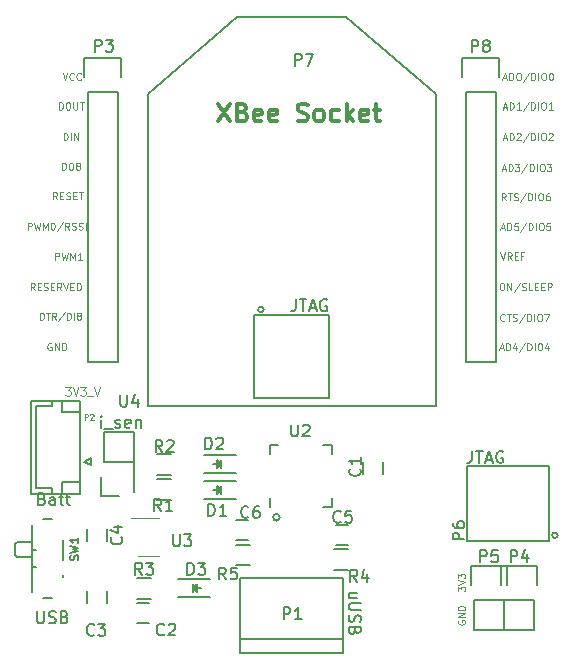
<source format=gbr>
G04 #@! TF.FileFunction,Legend,Top*
%FSLAX46Y46*%
G04 Gerber Fmt 4.6, Leading zero omitted, Abs format (unit mm)*
G04 Created by KiCad (PCBNEW 4.0.4-stable) date 01/27/17 12:31:46*
%MOMM*%
%LPD*%
G01*
G04 APERTURE LIST*
%ADD10C,0.100000*%
%ADD11C,0.300000*%
%ADD12C,0.200000*%
%ADD13C,0.150000*%
%ADD14C,0.120000*%
%ADD15C,0.090000*%
G04 APERTURE END LIST*
D10*
X129836667Y-101286667D02*
X130270000Y-101286667D01*
X130036667Y-101553333D01*
X130136667Y-101553333D01*
X130203334Y-101586667D01*
X130236667Y-101620000D01*
X130270000Y-101686667D01*
X130270000Y-101853333D01*
X130236667Y-101920000D01*
X130203334Y-101953333D01*
X130136667Y-101986667D01*
X129936667Y-101986667D01*
X129870000Y-101953333D01*
X129836667Y-101920000D01*
X130470001Y-101286667D02*
X130703334Y-101986667D01*
X130936667Y-101286667D01*
X131103334Y-101286667D02*
X131536667Y-101286667D01*
X131303334Y-101553333D01*
X131403334Y-101553333D01*
X131470001Y-101586667D01*
X131503334Y-101620000D01*
X131536667Y-101686667D01*
X131536667Y-101853333D01*
X131503334Y-101920000D01*
X131470001Y-101953333D01*
X131403334Y-101986667D01*
X131203334Y-101986667D01*
X131136667Y-101953333D01*
X131103334Y-101920000D01*
X131670001Y-102053333D02*
X132203334Y-102053333D01*
X132270001Y-101286667D02*
X132503334Y-101986667D01*
X132736667Y-101286667D01*
D11*
X142778573Y-77278571D02*
X143778573Y-78778571D01*
X143778573Y-77278571D02*
X142778573Y-78778571D01*
X144850001Y-77992857D02*
X145064287Y-78064286D01*
X145135715Y-78135714D01*
X145207144Y-78278571D01*
X145207144Y-78492857D01*
X145135715Y-78635714D01*
X145064287Y-78707143D01*
X144921429Y-78778571D01*
X144350001Y-78778571D01*
X144350001Y-77278571D01*
X144850001Y-77278571D01*
X144992858Y-77350000D01*
X145064287Y-77421429D01*
X145135715Y-77564286D01*
X145135715Y-77707143D01*
X145064287Y-77850000D01*
X144992858Y-77921429D01*
X144850001Y-77992857D01*
X144350001Y-77992857D01*
X146421429Y-78707143D02*
X146278572Y-78778571D01*
X145992858Y-78778571D01*
X145850001Y-78707143D01*
X145778572Y-78564286D01*
X145778572Y-77992857D01*
X145850001Y-77850000D01*
X145992858Y-77778571D01*
X146278572Y-77778571D01*
X146421429Y-77850000D01*
X146492858Y-77992857D01*
X146492858Y-78135714D01*
X145778572Y-78278571D01*
X147707143Y-78707143D02*
X147564286Y-78778571D01*
X147278572Y-78778571D01*
X147135715Y-78707143D01*
X147064286Y-78564286D01*
X147064286Y-77992857D01*
X147135715Y-77850000D01*
X147278572Y-77778571D01*
X147564286Y-77778571D01*
X147707143Y-77850000D01*
X147778572Y-77992857D01*
X147778572Y-78135714D01*
X147064286Y-78278571D01*
X149492857Y-78707143D02*
X149707143Y-78778571D01*
X150064286Y-78778571D01*
X150207143Y-78707143D01*
X150278572Y-78635714D01*
X150350000Y-78492857D01*
X150350000Y-78350000D01*
X150278572Y-78207143D01*
X150207143Y-78135714D01*
X150064286Y-78064286D01*
X149778572Y-77992857D01*
X149635714Y-77921429D01*
X149564286Y-77850000D01*
X149492857Y-77707143D01*
X149492857Y-77564286D01*
X149564286Y-77421429D01*
X149635714Y-77350000D01*
X149778572Y-77278571D01*
X150135714Y-77278571D01*
X150350000Y-77350000D01*
X151207143Y-78778571D02*
X151064285Y-78707143D01*
X150992857Y-78635714D01*
X150921428Y-78492857D01*
X150921428Y-78064286D01*
X150992857Y-77921429D01*
X151064285Y-77850000D01*
X151207143Y-77778571D01*
X151421428Y-77778571D01*
X151564285Y-77850000D01*
X151635714Y-77921429D01*
X151707143Y-78064286D01*
X151707143Y-78492857D01*
X151635714Y-78635714D01*
X151564285Y-78707143D01*
X151421428Y-78778571D01*
X151207143Y-78778571D01*
X152992857Y-78707143D02*
X152850000Y-78778571D01*
X152564286Y-78778571D01*
X152421428Y-78707143D01*
X152350000Y-78635714D01*
X152278571Y-78492857D01*
X152278571Y-78064286D01*
X152350000Y-77921429D01*
X152421428Y-77850000D01*
X152564286Y-77778571D01*
X152850000Y-77778571D01*
X152992857Y-77850000D01*
X153635714Y-78778571D02*
X153635714Y-77278571D01*
X153778571Y-78207143D02*
X154207142Y-78778571D01*
X154207142Y-77778571D02*
X153635714Y-78350000D01*
X155421428Y-78707143D02*
X155278571Y-78778571D01*
X154992857Y-78778571D01*
X154850000Y-78707143D01*
X154778571Y-78564286D01*
X154778571Y-77992857D01*
X154850000Y-77850000D01*
X154992857Y-77778571D01*
X155278571Y-77778571D01*
X155421428Y-77850000D01*
X155492857Y-77992857D01*
X155492857Y-78135714D01*
X154778571Y-78278571D01*
X155921428Y-77778571D02*
X156492857Y-77778571D01*
X156135714Y-77278571D02*
X156135714Y-78564286D01*
X156207142Y-78707143D01*
X156350000Y-78778571D01*
X156492857Y-78778571D01*
D12*
X149333334Y-93852381D02*
X149333334Y-94566667D01*
X149285714Y-94709524D01*
X149190476Y-94804762D01*
X149047619Y-94852381D01*
X148952381Y-94852381D01*
X149666667Y-93852381D02*
X150238096Y-93852381D01*
X149952381Y-94852381D02*
X149952381Y-93852381D01*
X150523810Y-94566667D02*
X151000001Y-94566667D01*
X150428572Y-94852381D02*
X150761905Y-93852381D01*
X151095239Y-94852381D01*
X151952382Y-93900000D02*
X151857144Y-93852381D01*
X151714287Y-93852381D01*
X151571429Y-93900000D01*
X151476191Y-93995238D01*
X151428572Y-94090476D01*
X151380953Y-94280952D01*
X151380953Y-94423810D01*
X151428572Y-94614286D01*
X151476191Y-94709524D01*
X151571429Y-94804762D01*
X151714287Y-94852381D01*
X151809525Y-94852381D01*
X151952382Y-94804762D01*
X152000001Y-94757143D01*
X152000001Y-94423810D01*
X151809525Y-94423810D01*
X147982843Y-112300000D02*
G75*
G03X147982843Y-112300000I-282843J0D01*
G01*
D10*
X163100000Y-121057142D02*
X163071429Y-121114285D01*
X163071429Y-121199999D01*
X163100000Y-121285714D01*
X163157143Y-121342856D01*
X163214286Y-121371428D01*
X163328571Y-121399999D01*
X163414286Y-121399999D01*
X163528571Y-121371428D01*
X163585714Y-121342856D01*
X163642857Y-121285714D01*
X163671429Y-121199999D01*
X163671429Y-121142856D01*
X163642857Y-121057142D01*
X163614286Y-121028571D01*
X163414286Y-121028571D01*
X163414286Y-121142856D01*
X163671429Y-120771428D02*
X163071429Y-120771428D01*
X163671429Y-120428571D01*
X163071429Y-120428571D01*
X163671429Y-120142857D02*
X163071429Y-120142857D01*
X163071429Y-120000000D01*
X163100000Y-119914285D01*
X163157143Y-119857143D01*
X163214286Y-119828571D01*
X163328571Y-119800000D01*
X163414286Y-119800000D01*
X163528571Y-119828571D01*
X163585714Y-119857143D01*
X163642857Y-119914285D01*
X163671429Y-120000000D01*
X163671429Y-120142857D01*
D12*
X132873333Y-104702381D02*
X132873333Y-104035714D01*
X132873333Y-103702381D02*
X132825714Y-103750000D01*
X132873333Y-103797619D01*
X132920952Y-103750000D01*
X132873333Y-103702381D01*
X132873333Y-103797619D01*
X133111428Y-104797619D02*
X133873333Y-104797619D01*
X134063809Y-104654762D02*
X134159047Y-104702381D01*
X134349523Y-104702381D01*
X134444762Y-104654762D01*
X134492381Y-104559524D01*
X134492381Y-104511905D01*
X134444762Y-104416667D01*
X134349523Y-104369048D01*
X134206666Y-104369048D01*
X134111428Y-104321429D01*
X134063809Y-104226190D01*
X134063809Y-104178571D01*
X134111428Y-104083333D01*
X134206666Y-104035714D01*
X134349523Y-104035714D01*
X134444762Y-104083333D01*
X135301905Y-104654762D02*
X135206667Y-104702381D01*
X135016190Y-104702381D01*
X134920952Y-104654762D01*
X134873333Y-104559524D01*
X134873333Y-104178571D01*
X134920952Y-104083333D01*
X135016190Y-104035714D01*
X135206667Y-104035714D01*
X135301905Y-104083333D01*
X135349524Y-104178571D01*
X135349524Y-104273810D01*
X134873333Y-104369048D01*
X135778095Y-104035714D02*
X135778095Y-104702381D01*
X135778095Y-104130952D02*
X135825714Y-104083333D01*
X135920952Y-104035714D01*
X136063810Y-104035714D01*
X136159048Y-104083333D01*
X136206667Y-104178571D01*
X136206667Y-104702381D01*
X127438095Y-120252381D02*
X127438095Y-121061905D01*
X127485714Y-121157143D01*
X127533333Y-121204762D01*
X127628571Y-121252381D01*
X127819048Y-121252381D01*
X127914286Y-121204762D01*
X127961905Y-121157143D01*
X128009524Y-121061905D01*
X128009524Y-120252381D01*
X128438095Y-121204762D02*
X128580952Y-121252381D01*
X128819048Y-121252381D01*
X128914286Y-121204762D01*
X128961905Y-121157143D01*
X129009524Y-121061905D01*
X129009524Y-120966667D01*
X128961905Y-120871429D01*
X128914286Y-120823810D01*
X128819048Y-120776190D01*
X128628571Y-120728571D01*
X128533333Y-120680952D01*
X128485714Y-120633333D01*
X128438095Y-120538095D01*
X128438095Y-120442857D01*
X128485714Y-120347619D01*
X128533333Y-120300000D01*
X128628571Y-120252381D01*
X128866667Y-120252381D01*
X129009524Y-120300000D01*
X129771429Y-120728571D02*
X129914286Y-120776190D01*
X129961905Y-120823810D01*
X130009524Y-120919048D01*
X130009524Y-121061905D01*
X129961905Y-121157143D01*
X129914286Y-121204762D01*
X129819048Y-121252381D01*
X129438095Y-121252381D01*
X129438095Y-120252381D01*
X129771429Y-120252381D01*
X129866667Y-120300000D01*
X129914286Y-120347619D01*
X129961905Y-120442857D01*
X129961905Y-120538095D01*
X129914286Y-120633333D01*
X129866667Y-120680952D01*
X129771429Y-120728571D01*
X129438095Y-120728571D01*
X127847619Y-110728571D02*
X127990476Y-110776190D01*
X128038095Y-110823810D01*
X128085714Y-110919048D01*
X128085714Y-111061905D01*
X128038095Y-111157143D01*
X127990476Y-111204762D01*
X127895238Y-111252381D01*
X127514285Y-111252381D01*
X127514285Y-110252381D01*
X127847619Y-110252381D01*
X127942857Y-110300000D01*
X127990476Y-110347619D01*
X128038095Y-110442857D01*
X128038095Y-110538095D01*
X127990476Y-110633333D01*
X127942857Y-110680952D01*
X127847619Y-110728571D01*
X127514285Y-110728571D01*
X128942857Y-111252381D02*
X128942857Y-110728571D01*
X128895238Y-110633333D01*
X128800000Y-110585714D01*
X128609523Y-110585714D01*
X128514285Y-110633333D01*
X128942857Y-111204762D02*
X128847619Y-111252381D01*
X128609523Y-111252381D01*
X128514285Y-111204762D01*
X128466666Y-111109524D01*
X128466666Y-111014286D01*
X128514285Y-110919048D01*
X128609523Y-110871429D01*
X128847619Y-110871429D01*
X128942857Y-110823810D01*
X129276190Y-110585714D02*
X129657142Y-110585714D01*
X129419047Y-110252381D02*
X129419047Y-111109524D01*
X129466666Y-111204762D01*
X129561904Y-111252381D01*
X129657142Y-111252381D01*
X129847619Y-110585714D02*
X130228571Y-110585714D01*
X129990476Y-110252381D02*
X129990476Y-111109524D01*
X130038095Y-111204762D01*
X130133333Y-111252381D01*
X130228571Y-111252381D01*
D10*
X166614286Y-98000000D02*
X166900000Y-98000000D01*
X166557143Y-98171429D02*
X166757143Y-97571429D01*
X166957143Y-98171429D01*
X167157143Y-98171429D02*
X167157143Y-97571429D01*
X167300000Y-97571429D01*
X167385715Y-97600000D01*
X167442857Y-97657143D01*
X167471429Y-97714286D01*
X167500000Y-97828571D01*
X167500000Y-97914286D01*
X167471429Y-98028571D01*
X167442857Y-98085714D01*
X167385715Y-98142857D01*
X167300000Y-98171429D01*
X167157143Y-98171429D01*
X168014286Y-97771429D02*
X168014286Y-98171429D01*
X167871429Y-97542857D02*
X167728572Y-97971429D01*
X168100000Y-97971429D01*
X168757144Y-97542857D02*
X168242858Y-98314286D01*
X168957143Y-98171429D02*
X168957143Y-97571429D01*
X169100000Y-97571429D01*
X169185715Y-97600000D01*
X169242857Y-97657143D01*
X169271429Y-97714286D01*
X169300000Y-97828571D01*
X169300000Y-97914286D01*
X169271429Y-98028571D01*
X169242857Y-98085714D01*
X169185715Y-98142857D01*
X169100000Y-98171429D01*
X168957143Y-98171429D01*
X169557143Y-98171429D02*
X169557143Y-97571429D01*
X169957143Y-97571429D02*
X170071429Y-97571429D01*
X170128571Y-97600000D01*
X170185714Y-97657143D01*
X170214286Y-97771429D01*
X170214286Y-97971429D01*
X170185714Y-98085714D01*
X170128571Y-98142857D01*
X170071429Y-98171429D01*
X169957143Y-98171429D01*
X169900000Y-98142857D01*
X169842857Y-98085714D01*
X169814286Y-97971429D01*
X169814286Y-97771429D01*
X169842857Y-97657143D01*
X169900000Y-97600000D01*
X169957143Y-97571429D01*
X170728571Y-97771429D02*
X170728571Y-98171429D01*
X170585714Y-97542857D02*
X170442857Y-97971429D01*
X170814285Y-97971429D01*
X167014286Y-95614286D02*
X166985715Y-95642857D01*
X166900001Y-95671429D01*
X166842858Y-95671429D01*
X166757143Y-95642857D01*
X166700001Y-95585714D01*
X166671429Y-95528571D01*
X166642858Y-95414286D01*
X166642858Y-95328571D01*
X166671429Y-95214286D01*
X166700001Y-95157143D01*
X166757143Y-95100000D01*
X166842858Y-95071429D01*
X166900001Y-95071429D01*
X166985715Y-95100000D01*
X167014286Y-95128571D01*
X167185715Y-95071429D02*
X167528572Y-95071429D01*
X167357143Y-95671429D02*
X167357143Y-95071429D01*
X167700001Y-95642857D02*
X167785715Y-95671429D01*
X167928572Y-95671429D01*
X167985715Y-95642857D01*
X168014286Y-95614286D01*
X168042858Y-95557143D01*
X168042858Y-95500000D01*
X168014286Y-95442857D01*
X167985715Y-95414286D01*
X167928572Y-95385714D01*
X167814286Y-95357143D01*
X167757144Y-95328571D01*
X167728572Y-95300000D01*
X167700001Y-95242857D01*
X167700001Y-95185714D01*
X167728572Y-95128571D01*
X167757144Y-95100000D01*
X167814286Y-95071429D01*
X167957144Y-95071429D01*
X168042858Y-95100000D01*
X168728573Y-95042857D02*
X168214287Y-95814286D01*
X168928572Y-95671429D02*
X168928572Y-95071429D01*
X169071429Y-95071429D01*
X169157144Y-95100000D01*
X169214286Y-95157143D01*
X169242858Y-95214286D01*
X169271429Y-95328571D01*
X169271429Y-95414286D01*
X169242858Y-95528571D01*
X169214286Y-95585714D01*
X169157144Y-95642857D01*
X169071429Y-95671429D01*
X168928572Y-95671429D01*
X169528572Y-95671429D02*
X169528572Y-95071429D01*
X169928572Y-95071429D02*
X170042858Y-95071429D01*
X170100000Y-95100000D01*
X170157143Y-95157143D01*
X170185715Y-95271429D01*
X170185715Y-95471429D01*
X170157143Y-95585714D01*
X170100000Y-95642857D01*
X170042858Y-95671429D01*
X169928572Y-95671429D01*
X169871429Y-95642857D01*
X169814286Y-95585714D01*
X169785715Y-95471429D01*
X169785715Y-95271429D01*
X169814286Y-95157143D01*
X169871429Y-95100000D01*
X169928572Y-95071429D01*
X170385714Y-95071429D02*
X170785714Y-95071429D01*
X170528571Y-95671429D01*
X166742858Y-92471429D02*
X166857144Y-92471429D01*
X166914286Y-92500000D01*
X166971429Y-92557143D01*
X167000001Y-92671429D01*
X167000001Y-92871429D01*
X166971429Y-92985714D01*
X166914286Y-93042857D01*
X166857144Y-93071429D01*
X166742858Y-93071429D01*
X166685715Y-93042857D01*
X166628572Y-92985714D01*
X166600001Y-92871429D01*
X166600001Y-92671429D01*
X166628572Y-92557143D01*
X166685715Y-92500000D01*
X166742858Y-92471429D01*
X167257143Y-93071429D02*
X167257143Y-92471429D01*
X167600000Y-93071429D01*
X167600000Y-92471429D01*
X168314286Y-92442857D02*
X167800000Y-93214286D01*
X168485714Y-93042857D02*
X168571428Y-93071429D01*
X168714285Y-93071429D01*
X168771428Y-93042857D01*
X168799999Y-93014286D01*
X168828571Y-92957143D01*
X168828571Y-92900000D01*
X168799999Y-92842857D01*
X168771428Y-92814286D01*
X168714285Y-92785714D01*
X168599999Y-92757143D01*
X168542857Y-92728571D01*
X168514285Y-92700000D01*
X168485714Y-92642857D01*
X168485714Y-92585714D01*
X168514285Y-92528571D01*
X168542857Y-92500000D01*
X168599999Y-92471429D01*
X168742857Y-92471429D01*
X168828571Y-92500000D01*
X169371428Y-93071429D02*
X169085714Y-93071429D01*
X169085714Y-92471429D01*
X169571428Y-92757143D02*
X169771428Y-92757143D01*
X169857142Y-93071429D02*
X169571428Y-93071429D01*
X169571428Y-92471429D01*
X169857142Y-92471429D01*
X170114285Y-92757143D02*
X170314285Y-92757143D01*
X170399999Y-93071429D02*
X170114285Y-93071429D01*
X170114285Y-92471429D01*
X170399999Y-92471429D01*
X170657142Y-93071429D02*
X170657142Y-92471429D01*
X170885714Y-92471429D01*
X170942856Y-92500000D01*
X170971428Y-92528571D01*
X170999999Y-92585714D01*
X170999999Y-92671429D01*
X170971428Y-92728571D01*
X170942856Y-92757143D01*
X170885714Y-92785714D01*
X170657142Y-92785714D01*
X166671429Y-89871429D02*
X166871429Y-90471429D01*
X167071429Y-89871429D01*
X167614286Y-90471429D02*
X167414286Y-90185714D01*
X167271429Y-90471429D02*
X167271429Y-89871429D01*
X167500001Y-89871429D01*
X167557143Y-89900000D01*
X167585715Y-89928571D01*
X167614286Y-89985714D01*
X167614286Y-90071429D01*
X167585715Y-90128571D01*
X167557143Y-90157143D01*
X167500001Y-90185714D01*
X167271429Y-90185714D01*
X167871429Y-90157143D02*
X168071429Y-90157143D01*
X168157143Y-90471429D02*
X167871429Y-90471429D01*
X167871429Y-89871429D01*
X168157143Y-89871429D01*
X168614286Y-90157143D02*
X168414286Y-90157143D01*
X168414286Y-90471429D02*
X168414286Y-89871429D01*
X168700000Y-89871429D01*
X166714286Y-87800000D02*
X167000000Y-87800000D01*
X166657143Y-87971429D02*
X166857143Y-87371429D01*
X167057143Y-87971429D01*
X167257143Y-87971429D02*
X167257143Y-87371429D01*
X167400000Y-87371429D01*
X167485715Y-87400000D01*
X167542857Y-87457143D01*
X167571429Y-87514286D01*
X167600000Y-87628571D01*
X167600000Y-87714286D01*
X167571429Y-87828571D01*
X167542857Y-87885714D01*
X167485715Y-87942857D01*
X167400000Y-87971429D01*
X167257143Y-87971429D01*
X168142857Y-87371429D02*
X167857143Y-87371429D01*
X167828572Y-87657143D01*
X167857143Y-87628571D01*
X167914286Y-87600000D01*
X168057143Y-87600000D01*
X168114286Y-87628571D01*
X168142857Y-87657143D01*
X168171429Y-87714286D01*
X168171429Y-87857143D01*
X168142857Y-87914286D01*
X168114286Y-87942857D01*
X168057143Y-87971429D01*
X167914286Y-87971429D01*
X167857143Y-87942857D01*
X167828572Y-87914286D01*
X168857144Y-87342857D02*
X168342858Y-88114286D01*
X169057143Y-87971429D02*
X169057143Y-87371429D01*
X169200000Y-87371429D01*
X169285715Y-87400000D01*
X169342857Y-87457143D01*
X169371429Y-87514286D01*
X169400000Y-87628571D01*
X169400000Y-87714286D01*
X169371429Y-87828571D01*
X169342857Y-87885714D01*
X169285715Y-87942857D01*
X169200000Y-87971429D01*
X169057143Y-87971429D01*
X169657143Y-87971429D02*
X169657143Y-87371429D01*
X170057143Y-87371429D02*
X170171429Y-87371429D01*
X170228571Y-87400000D01*
X170285714Y-87457143D01*
X170314286Y-87571429D01*
X170314286Y-87771429D01*
X170285714Y-87885714D01*
X170228571Y-87942857D01*
X170171429Y-87971429D01*
X170057143Y-87971429D01*
X170000000Y-87942857D01*
X169942857Y-87885714D01*
X169914286Y-87771429D01*
X169914286Y-87571429D01*
X169942857Y-87457143D01*
X170000000Y-87400000D01*
X170057143Y-87371429D01*
X170857142Y-87371429D02*
X170571428Y-87371429D01*
X170542857Y-87657143D01*
X170571428Y-87628571D01*
X170628571Y-87600000D01*
X170771428Y-87600000D01*
X170828571Y-87628571D01*
X170857142Y-87657143D01*
X170885714Y-87714286D01*
X170885714Y-87857143D01*
X170857142Y-87914286D01*
X170828571Y-87942857D01*
X170771428Y-87971429D01*
X170628571Y-87971429D01*
X170571428Y-87942857D01*
X170542857Y-87914286D01*
X167114286Y-85471429D02*
X166914286Y-85185714D01*
X166771429Y-85471429D02*
X166771429Y-84871429D01*
X167000001Y-84871429D01*
X167057143Y-84900000D01*
X167085715Y-84928571D01*
X167114286Y-84985714D01*
X167114286Y-85071429D01*
X167085715Y-85128571D01*
X167057143Y-85157143D01*
X167000001Y-85185714D01*
X166771429Y-85185714D01*
X167285715Y-84871429D02*
X167628572Y-84871429D01*
X167457143Y-85471429D02*
X167457143Y-84871429D01*
X167800001Y-85442857D02*
X167885715Y-85471429D01*
X168028572Y-85471429D01*
X168085715Y-85442857D01*
X168114286Y-85414286D01*
X168142858Y-85357143D01*
X168142858Y-85300000D01*
X168114286Y-85242857D01*
X168085715Y-85214286D01*
X168028572Y-85185714D01*
X167914286Y-85157143D01*
X167857144Y-85128571D01*
X167828572Y-85100000D01*
X167800001Y-85042857D01*
X167800001Y-84985714D01*
X167828572Y-84928571D01*
X167857144Y-84900000D01*
X167914286Y-84871429D01*
X168057144Y-84871429D01*
X168142858Y-84900000D01*
X168828573Y-84842857D02*
X168314287Y-85614286D01*
X169028572Y-85471429D02*
X169028572Y-84871429D01*
X169171429Y-84871429D01*
X169257144Y-84900000D01*
X169314286Y-84957143D01*
X169342858Y-85014286D01*
X169371429Y-85128571D01*
X169371429Y-85214286D01*
X169342858Y-85328571D01*
X169314286Y-85385714D01*
X169257144Y-85442857D01*
X169171429Y-85471429D01*
X169028572Y-85471429D01*
X169628572Y-85471429D02*
X169628572Y-84871429D01*
X170028572Y-84871429D02*
X170142858Y-84871429D01*
X170200000Y-84900000D01*
X170257143Y-84957143D01*
X170285715Y-85071429D01*
X170285715Y-85271429D01*
X170257143Y-85385714D01*
X170200000Y-85442857D01*
X170142858Y-85471429D01*
X170028572Y-85471429D01*
X169971429Y-85442857D01*
X169914286Y-85385714D01*
X169885715Y-85271429D01*
X169885715Y-85071429D01*
X169914286Y-84957143D01*
X169971429Y-84900000D01*
X170028572Y-84871429D01*
X170800000Y-84871429D02*
X170685714Y-84871429D01*
X170628571Y-84900000D01*
X170600000Y-84928571D01*
X170542857Y-85014286D01*
X170514286Y-85128571D01*
X170514286Y-85357143D01*
X170542857Y-85414286D01*
X170571429Y-85442857D01*
X170628571Y-85471429D01*
X170742857Y-85471429D01*
X170800000Y-85442857D01*
X170828571Y-85414286D01*
X170857143Y-85357143D01*
X170857143Y-85214286D01*
X170828571Y-85157143D01*
X170800000Y-85128571D01*
X170742857Y-85100000D01*
X170628571Y-85100000D01*
X170571429Y-85128571D01*
X170542857Y-85157143D01*
X170514286Y-85214286D01*
X166814286Y-82800000D02*
X167100000Y-82800000D01*
X166757143Y-82971429D02*
X166957143Y-82371429D01*
X167157143Y-82971429D01*
X167357143Y-82971429D02*
X167357143Y-82371429D01*
X167500000Y-82371429D01*
X167585715Y-82400000D01*
X167642857Y-82457143D01*
X167671429Y-82514286D01*
X167700000Y-82628571D01*
X167700000Y-82714286D01*
X167671429Y-82828571D01*
X167642857Y-82885714D01*
X167585715Y-82942857D01*
X167500000Y-82971429D01*
X167357143Y-82971429D01*
X167900000Y-82371429D02*
X168271429Y-82371429D01*
X168071429Y-82600000D01*
X168157143Y-82600000D01*
X168214286Y-82628571D01*
X168242857Y-82657143D01*
X168271429Y-82714286D01*
X168271429Y-82857143D01*
X168242857Y-82914286D01*
X168214286Y-82942857D01*
X168157143Y-82971429D01*
X167985715Y-82971429D01*
X167928572Y-82942857D01*
X167900000Y-82914286D01*
X168957144Y-82342857D02*
X168442858Y-83114286D01*
X169157143Y-82971429D02*
X169157143Y-82371429D01*
X169300000Y-82371429D01*
X169385715Y-82400000D01*
X169442857Y-82457143D01*
X169471429Y-82514286D01*
X169500000Y-82628571D01*
X169500000Y-82714286D01*
X169471429Y-82828571D01*
X169442857Y-82885714D01*
X169385715Y-82942857D01*
X169300000Y-82971429D01*
X169157143Y-82971429D01*
X169757143Y-82971429D02*
X169757143Y-82371429D01*
X170157143Y-82371429D02*
X170271429Y-82371429D01*
X170328571Y-82400000D01*
X170385714Y-82457143D01*
X170414286Y-82571429D01*
X170414286Y-82771429D01*
X170385714Y-82885714D01*
X170328571Y-82942857D01*
X170271429Y-82971429D01*
X170157143Y-82971429D01*
X170100000Y-82942857D01*
X170042857Y-82885714D01*
X170014286Y-82771429D01*
X170014286Y-82571429D01*
X170042857Y-82457143D01*
X170100000Y-82400000D01*
X170157143Y-82371429D01*
X170614285Y-82371429D02*
X170985714Y-82371429D01*
X170785714Y-82600000D01*
X170871428Y-82600000D01*
X170928571Y-82628571D01*
X170957142Y-82657143D01*
X170985714Y-82714286D01*
X170985714Y-82857143D01*
X170957142Y-82914286D01*
X170928571Y-82942857D01*
X170871428Y-82971429D01*
X170700000Y-82971429D01*
X170642857Y-82942857D01*
X170614285Y-82914286D01*
X166914286Y-80200000D02*
X167200000Y-80200000D01*
X166857143Y-80371429D02*
X167057143Y-79771429D01*
X167257143Y-80371429D01*
X167457143Y-80371429D02*
X167457143Y-79771429D01*
X167600000Y-79771429D01*
X167685715Y-79800000D01*
X167742857Y-79857143D01*
X167771429Y-79914286D01*
X167800000Y-80028571D01*
X167800000Y-80114286D01*
X167771429Y-80228571D01*
X167742857Y-80285714D01*
X167685715Y-80342857D01*
X167600000Y-80371429D01*
X167457143Y-80371429D01*
X168028572Y-79828571D02*
X168057143Y-79800000D01*
X168114286Y-79771429D01*
X168257143Y-79771429D01*
X168314286Y-79800000D01*
X168342857Y-79828571D01*
X168371429Y-79885714D01*
X168371429Y-79942857D01*
X168342857Y-80028571D01*
X168000000Y-80371429D01*
X168371429Y-80371429D01*
X169057144Y-79742857D02*
X168542858Y-80514286D01*
X169257143Y-80371429D02*
X169257143Y-79771429D01*
X169400000Y-79771429D01*
X169485715Y-79800000D01*
X169542857Y-79857143D01*
X169571429Y-79914286D01*
X169600000Y-80028571D01*
X169600000Y-80114286D01*
X169571429Y-80228571D01*
X169542857Y-80285714D01*
X169485715Y-80342857D01*
X169400000Y-80371429D01*
X169257143Y-80371429D01*
X169857143Y-80371429D02*
X169857143Y-79771429D01*
X170257143Y-79771429D02*
X170371429Y-79771429D01*
X170428571Y-79800000D01*
X170485714Y-79857143D01*
X170514286Y-79971429D01*
X170514286Y-80171429D01*
X170485714Y-80285714D01*
X170428571Y-80342857D01*
X170371429Y-80371429D01*
X170257143Y-80371429D01*
X170200000Y-80342857D01*
X170142857Y-80285714D01*
X170114286Y-80171429D01*
X170114286Y-79971429D01*
X170142857Y-79857143D01*
X170200000Y-79800000D01*
X170257143Y-79771429D01*
X170742857Y-79828571D02*
X170771428Y-79800000D01*
X170828571Y-79771429D01*
X170971428Y-79771429D01*
X171028571Y-79800000D01*
X171057142Y-79828571D01*
X171085714Y-79885714D01*
X171085714Y-79942857D01*
X171057142Y-80028571D01*
X170714285Y-80371429D01*
X171085714Y-80371429D01*
X166914286Y-77600000D02*
X167200000Y-77600000D01*
X166857143Y-77771429D02*
X167057143Y-77171429D01*
X167257143Y-77771429D01*
X167457143Y-77771429D02*
X167457143Y-77171429D01*
X167600000Y-77171429D01*
X167685715Y-77200000D01*
X167742857Y-77257143D01*
X167771429Y-77314286D01*
X167800000Y-77428571D01*
X167800000Y-77514286D01*
X167771429Y-77628571D01*
X167742857Y-77685714D01*
X167685715Y-77742857D01*
X167600000Y-77771429D01*
X167457143Y-77771429D01*
X168371429Y-77771429D02*
X168028572Y-77771429D01*
X168200000Y-77771429D02*
X168200000Y-77171429D01*
X168142857Y-77257143D01*
X168085715Y-77314286D01*
X168028572Y-77342857D01*
X169057144Y-77142857D02*
X168542858Y-77914286D01*
X169257143Y-77771429D02*
X169257143Y-77171429D01*
X169400000Y-77171429D01*
X169485715Y-77200000D01*
X169542857Y-77257143D01*
X169571429Y-77314286D01*
X169600000Y-77428571D01*
X169600000Y-77514286D01*
X169571429Y-77628571D01*
X169542857Y-77685714D01*
X169485715Y-77742857D01*
X169400000Y-77771429D01*
X169257143Y-77771429D01*
X169857143Y-77771429D02*
X169857143Y-77171429D01*
X170257143Y-77171429D02*
X170371429Y-77171429D01*
X170428571Y-77200000D01*
X170485714Y-77257143D01*
X170514286Y-77371429D01*
X170514286Y-77571429D01*
X170485714Y-77685714D01*
X170428571Y-77742857D01*
X170371429Y-77771429D01*
X170257143Y-77771429D01*
X170200000Y-77742857D01*
X170142857Y-77685714D01*
X170114286Y-77571429D01*
X170114286Y-77371429D01*
X170142857Y-77257143D01*
X170200000Y-77200000D01*
X170257143Y-77171429D01*
X171085714Y-77771429D02*
X170742857Y-77771429D01*
X170914285Y-77771429D02*
X170914285Y-77171429D01*
X170857142Y-77257143D01*
X170800000Y-77314286D01*
X170742857Y-77342857D01*
X166885715Y-75100000D02*
X167171429Y-75100000D01*
X166828572Y-75271429D02*
X167028572Y-74671429D01*
X167228572Y-75271429D01*
X167428572Y-75271429D02*
X167428572Y-74671429D01*
X167571429Y-74671429D01*
X167657144Y-74700000D01*
X167714286Y-74757143D01*
X167742858Y-74814286D01*
X167771429Y-74928571D01*
X167771429Y-75014286D01*
X167742858Y-75128571D01*
X167714286Y-75185714D01*
X167657144Y-75242857D01*
X167571429Y-75271429D01*
X167428572Y-75271429D01*
X168142858Y-74671429D02*
X168257144Y-74671429D01*
X168314286Y-74700000D01*
X168371429Y-74757143D01*
X168400001Y-74871429D01*
X168400001Y-75071429D01*
X168371429Y-75185714D01*
X168314286Y-75242857D01*
X168257144Y-75271429D01*
X168142858Y-75271429D01*
X168085715Y-75242857D01*
X168028572Y-75185714D01*
X168000001Y-75071429D01*
X168000001Y-74871429D01*
X168028572Y-74757143D01*
X168085715Y-74700000D01*
X168142858Y-74671429D01*
X169085715Y-74642857D02*
X168571429Y-75414286D01*
X169285714Y-75271429D02*
X169285714Y-74671429D01*
X169428571Y-74671429D01*
X169514286Y-74700000D01*
X169571428Y-74757143D01*
X169600000Y-74814286D01*
X169628571Y-74928571D01*
X169628571Y-75014286D01*
X169600000Y-75128571D01*
X169571428Y-75185714D01*
X169514286Y-75242857D01*
X169428571Y-75271429D01*
X169285714Y-75271429D01*
X169885714Y-75271429D02*
X169885714Y-74671429D01*
X170285714Y-74671429D02*
X170400000Y-74671429D01*
X170457142Y-74700000D01*
X170514285Y-74757143D01*
X170542857Y-74871429D01*
X170542857Y-75071429D01*
X170514285Y-75185714D01*
X170457142Y-75242857D01*
X170400000Y-75271429D01*
X170285714Y-75271429D01*
X170228571Y-75242857D01*
X170171428Y-75185714D01*
X170142857Y-75071429D01*
X170142857Y-74871429D01*
X170171428Y-74757143D01*
X170228571Y-74700000D01*
X170285714Y-74671429D01*
X170914285Y-74671429D02*
X170971428Y-74671429D01*
X171028571Y-74700000D01*
X171057142Y-74728571D01*
X171085713Y-74785714D01*
X171114285Y-74900000D01*
X171114285Y-75042857D01*
X171085713Y-75157143D01*
X171057142Y-75214286D01*
X171028571Y-75242857D01*
X170971428Y-75271429D01*
X170914285Y-75271429D01*
X170857142Y-75242857D01*
X170828571Y-75214286D01*
X170799999Y-75157143D01*
X170771428Y-75042857D01*
X170771428Y-74900000D01*
X170799999Y-74785714D01*
X170828571Y-74728571D01*
X170857142Y-74700000D01*
X170914285Y-74671429D01*
D12*
X154494286Y-119094286D02*
X153827619Y-119094286D01*
X154494286Y-118665714D02*
X153970476Y-118665714D01*
X153875238Y-118713333D01*
X153827619Y-118808571D01*
X153827619Y-118951429D01*
X153875238Y-119046667D01*
X153922857Y-119094286D01*
X154827619Y-119570476D02*
X154018095Y-119570476D01*
X153922857Y-119618095D01*
X153875238Y-119665714D01*
X153827619Y-119760952D01*
X153827619Y-119951429D01*
X153875238Y-120046667D01*
X153922857Y-120094286D01*
X154018095Y-120141905D01*
X154827619Y-120141905D01*
X153875238Y-120570476D02*
X153827619Y-120713333D01*
X153827619Y-120951429D01*
X153875238Y-121046667D01*
X153922857Y-121094286D01*
X154018095Y-121141905D01*
X154113333Y-121141905D01*
X154208571Y-121094286D01*
X154256190Y-121046667D01*
X154303810Y-120951429D01*
X154351429Y-120760952D01*
X154399048Y-120665714D01*
X154446667Y-120618095D01*
X154541905Y-120570476D01*
X154637143Y-120570476D01*
X154732381Y-120618095D01*
X154780000Y-120665714D01*
X154827619Y-120760952D01*
X154827619Y-120999048D01*
X154780000Y-121141905D01*
X154351429Y-121903810D02*
X154303810Y-122046667D01*
X154256190Y-122094286D01*
X154160952Y-122141905D01*
X154018095Y-122141905D01*
X153922857Y-122094286D01*
X153875238Y-122046667D01*
X153827619Y-121951429D01*
X153827619Y-121570476D01*
X154827619Y-121570476D01*
X154827619Y-121903810D01*
X154780000Y-121999048D01*
X154732381Y-122046667D01*
X154637143Y-122094286D01*
X154541905Y-122094286D01*
X154446667Y-122046667D01*
X154399048Y-121999048D01*
X154351429Y-121903810D01*
X154351429Y-121570476D01*
D10*
X163061429Y-118542858D02*
X163061429Y-118171429D01*
X163290000Y-118371429D01*
X163290000Y-118285715D01*
X163318571Y-118228572D01*
X163347143Y-118200001D01*
X163404286Y-118171429D01*
X163547143Y-118171429D01*
X163604286Y-118200001D01*
X163632857Y-118228572D01*
X163661429Y-118285715D01*
X163661429Y-118457143D01*
X163632857Y-118514286D01*
X163604286Y-118542858D01*
X163061429Y-118000000D02*
X163661429Y-117800000D01*
X163061429Y-117600000D01*
X163061429Y-117457143D02*
X163061429Y-117085714D01*
X163290000Y-117285714D01*
X163290000Y-117200000D01*
X163318571Y-117142857D01*
X163347143Y-117114286D01*
X163404286Y-117085714D01*
X163547143Y-117085714D01*
X163604286Y-117114286D01*
X163632857Y-117142857D01*
X163661429Y-117200000D01*
X163661429Y-117371428D01*
X163632857Y-117428571D01*
X163604286Y-117457143D01*
D12*
X164253334Y-106692381D02*
X164253334Y-107406667D01*
X164205714Y-107549524D01*
X164110476Y-107644762D01*
X163967619Y-107692381D01*
X163872381Y-107692381D01*
X164586667Y-106692381D02*
X165158096Y-106692381D01*
X164872381Y-107692381D02*
X164872381Y-106692381D01*
X165443810Y-107406667D02*
X165920001Y-107406667D01*
X165348572Y-107692381D02*
X165681905Y-106692381D01*
X166015239Y-107692381D01*
X166872382Y-106740000D02*
X166777144Y-106692381D01*
X166634287Y-106692381D01*
X166491429Y-106740000D01*
X166396191Y-106835238D01*
X166348572Y-106930476D01*
X166300953Y-107120952D01*
X166300953Y-107263810D01*
X166348572Y-107454286D01*
X166396191Y-107549524D01*
X166491429Y-107644762D01*
X166634287Y-107692381D01*
X166729525Y-107692381D01*
X166872382Y-107644762D01*
X166920001Y-107597143D01*
X166920001Y-107263810D01*
X166729525Y-107263810D01*
D10*
X128642858Y-97580000D02*
X128585715Y-97551429D01*
X128500001Y-97551429D01*
X128414286Y-97580000D01*
X128357144Y-97637143D01*
X128328572Y-97694286D01*
X128300001Y-97808571D01*
X128300001Y-97894286D01*
X128328572Y-98008571D01*
X128357144Y-98065714D01*
X128414286Y-98122857D01*
X128500001Y-98151429D01*
X128557144Y-98151429D01*
X128642858Y-98122857D01*
X128671429Y-98094286D01*
X128671429Y-97894286D01*
X128557144Y-97894286D01*
X128928572Y-98151429D02*
X128928572Y-97551429D01*
X129271429Y-98151429D01*
X129271429Y-97551429D01*
X129557143Y-98151429D02*
X129557143Y-97551429D01*
X129700000Y-97551429D01*
X129785715Y-97580000D01*
X129842857Y-97637143D01*
X129871429Y-97694286D01*
X129900000Y-97808571D01*
X129900000Y-97894286D01*
X129871429Y-98008571D01*
X129842857Y-98065714D01*
X129785715Y-98122857D01*
X129700000Y-98151429D01*
X129557143Y-98151429D01*
X127671429Y-95571429D02*
X127671429Y-94971429D01*
X127814286Y-94971429D01*
X127900001Y-95000000D01*
X127957143Y-95057143D01*
X127985715Y-95114286D01*
X128014286Y-95228571D01*
X128014286Y-95314286D01*
X127985715Y-95428571D01*
X127957143Y-95485714D01*
X127900001Y-95542857D01*
X127814286Y-95571429D01*
X127671429Y-95571429D01*
X128185715Y-94971429D02*
X128528572Y-94971429D01*
X128357143Y-95571429D02*
X128357143Y-94971429D01*
X129071429Y-95571429D02*
X128871429Y-95285714D01*
X128728572Y-95571429D02*
X128728572Y-94971429D01*
X128957144Y-94971429D01*
X129014286Y-95000000D01*
X129042858Y-95028571D01*
X129071429Y-95085714D01*
X129071429Y-95171429D01*
X129042858Y-95228571D01*
X129014286Y-95257143D01*
X128957144Y-95285714D01*
X128728572Y-95285714D01*
X129757144Y-94942857D02*
X129242858Y-95714286D01*
X129957143Y-95571429D02*
X129957143Y-94971429D01*
X130100000Y-94971429D01*
X130185715Y-95000000D01*
X130242857Y-95057143D01*
X130271429Y-95114286D01*
X130300000Y-95228571D01*
X130300000Y-95314286D01*
X130271429Y-95428571D01*
X130242857Y-95485714D01*
X130185715Y-95542857D01*
X130100000Y-95571429D01*
X129957143Y-95571429D01*
X130557143Y-95571429D02*
X130557143Y-94971429D01*
X130928571Y-95228571D02*
X130871429Y-95200000D01*
X130842857Y-95171429D01*
X130814286Y-95114286D01*
X130814286Y-95085714D01*
X130842857Y-95028571D01*
X130871429Y-95000000D01*
X130928571Y-94971429D01*
X131042857Y-94971429D01*
X131100000Y-95000000D01*
X131128571Y-95028571D01*
X131157143Y-95085714D01*
X131157143Y-95114286D01*
X131128571Y-95171429D01*
X131100000Y-95200000D01*
X131042857Y-95228571D01*
X130928571Y-95228571D01*
X130871429Y-95257143D01*
X130842857Y-95285714D01*
X130814286Y-95342857D01*
X130814286Y-95457143D01*
X130842857Y-95514286D01*
X130871429Y-95542857D01*
X130928571Y-95571429D01*
X131042857Y-95571429D01*
X131100000Y-95542857D01*
X131128571Y-95514286D01*
X131157143Y-95457143D01*
X131157143Y-95342857D01*
X131128571Y-95285714D01*
X131100000Y-95257143D01*
X131042857Y-95228571D01*
X127228571Y-93071429D02*
X127028571Y-92785714D01*
X126885714Y-93071429D02*
X126885714Y-92471429D01*
X127114286Y-92471429D01*
X127171428Y-92500000D01*
X127200000Y-92528571D01*
X127228571Y-92585714D01*
X127228571Y-92671429D01*
X127200000Y-92728571D01*
X127171428Y-92757143D01*
X127114286Y-92785714D01*
X126885714Y-92785714D01*
X127485714Y-92757143D02*
X127685714Y-92757143D01*
X127771428Y-93071429D02*
X127485714Y-93071429D01*
X127485714Y-92471429D01*
X127771428Y-92471429D01*
X128000000Y-93042857D02*
X128085714Y-93071429D01*
X128228571Y-93071429D01*
X128285714Y-93042857D01*
X128314285Y-93014286D01*
X128342857Y-92957143D01*
X128342857Y-92900000D01*
X128314285Y-92842857D01*
X128285714Y-92814286D01*
X128228571Y-92785714D01*
X128114285Y-92757143D01*
X128057143Y-92728571D01*
X128028571Y-92700000D01*
X128000000Y-92642857D01*
X128000000Y-92585714D01*
X128028571Y-92528571D01*
X128057143Y-92500000D01*
X128114285Y-92471429D01*
X128257143Y-92471429D01*
X128342857Y-92500000D01*
X128600000Y-92757143D02*
X128800000Y-92757143D01*
X128885714Y-93071429D02*
X128600000Y-93071429D01*
X128600000Y-92471429D01*
X128885714Y-92471429D01*
X129485714Y-93071429D02*
X129285714Y-92785714D01*
X129142857Y-93071429D02*
X129142857Y-92471429D01*
X129371429Y-92471429D01*
X129428571Y-92500000D01*
X129457143Y-92528571D01*
X129485714Y-92585714D01*
X129485714Y-92671429D01*
X129457143Y-92728571D01*
X129428571Y-92757143D01*
X129371429Y-92785714D01*
X129142857Y-92785714D01*
X129657143Y-92471429D02*
X129857143Y-93071429D01*
X130057143Y-92471429D01*
X130257143Y-92757143D02*
X130457143Y-92757143D01*
X130542857Y-93071429D02*
X130257143Y-93071429D01*
X130257143Y-92471429D01*
X130542857Y-92471429D01*
X130800000Y-93071429D02*
X130800000Y-92471429D01*
X130942857Y-92471429D01*
X131028572Y-92500000D01*
X131085714Y-92557143D01*
X131114286Y-92614286D01*
X131142857Y-92728571D01*
X131142857Y-92814286D01*
X131114286Y-92928571D01*
X131085714Y-92985714D01*
X131028572Y-93042857D01*
X130942857Y-93071429D01*
X130800000Y-93071429D01*
X128971429Y-90501429D02*
X128971429Y-89901429D01*
X129200001Y-89901429D01*
X129257143Y-89930000D01*
X129285715Y-89958571D01*
X129314286Y-90015714D01*
X129314286Y-90101429D01*
X129285715Y-90158571D01*
X129257143Y-90187143D01*
X129200001Y-90215714D01*
X128971429Y-90215714D01*
X129514286Y-89901429D02*
X129657143Y-90501429D01*
X129771429Y-90072857D01*
X129885715Y-90501429D01*
X130028572Y-89901429D01*
X130257143Y-90501429D02*
X130257143Y-89901429D01*
X130457143Y-90330000D01*
X130657143Y-89901429D01*
X130657143Y-90501429D01*
X131257143Y-90501429D02*
X130914286Y-90501429D01*
X131085714Y-90501429D02*
X131085714Y-89901429D01*
X131028571Y-89987143D01*
X130971429Y-90044286D01*
X130914286Y-90072857D01*
X129128571Y-85371429D02*
X128928571Y-85085714D01*
X128785714Y-85371429D02*
X128785714Y-84771429D01*
X129014286Y-84771429D01*
X129071428Y-84800000D01*
X129100000Y-84828571D01*
X129128571Y-84885714D01*
X129128571Y-84971429D01*
X129100000Y-85028571D01*
X129071428Y-85057143D01*
X129014286Y-85085714D01*
X128785714Y-85085714D01*
X129385714Y-85057143D02*
X129585714Y-85057143D01*
X129671428Y-85371429D02*
X129385714Y-85371429D01*
X129385714Y-84771429D01*
X129671428Y-84771429D01*
X129900000Y-85342857D02*
X129985714Y-85371429D01*
X130128571Y-85371429D01*
X130185714Y-85342857D01*
X130214285Y-85314286D01*
X130242857Y-85257143D01*
X130242857Y-85200000D01*
X130214285Y-85142857D01*
X130185714Y-85114286D01*
X130128571Y-85085714D01*
X130014285Y-85057143D01*
X129957143Y-85028571D01*
X129928571Y-85000000D01*
X129900000Y-84942857D01*
X129900000Y-84885714D01*
X129928571Y-84828571D01*
X129957143Y-84800000D01*
X130014285Y-84771429D01*
X130157143Y-84771429D01*
X130242857Y-84800000D01*
X130500000Y-85057143D02*
X130700000Y-85057143D01*
X130785714Y-85371429D02*
X130500000Y-85371429D01*
X130500000Y-84771429D01*
X130785714Y-84771429D01*
X130957143Y-84771429D02*
X131300000Y-84771429D01*
X131128571Y-85371429D02*
X131128571Y-84771429D01*
X129542857Y-82871429D02*
X129542857Y-82271429D01*
X129685714Y-82271429D01*
X129771429Y-82300000D01*
X129828571Y-82357143D01*
X129857143Y-82414286D01*
X129885714Y-82528571D01*
X129885714Y-82614286D01*
X129857143Y-82728571D01*
X129828571Y-82785714D01*
X129771429Y-82842857D01*
X129685714Y-82871429D01*
X129542857Y-82871429D01*
X130257143Y-82271429D02*
X130371429Y-82271429D01*
X130428571Y-82300000D01*
X130485714Y-82357143D01*
X130514286Y-82471429D01*
X130514286Y-82671429D01*
X130485714Y-82785714D01*
X130428571Y-82842857D01*
X130371429Y-82871429D01*
X130257143Y-82871429D01*
X130200000Y-82842857D01*
X130142857Y-82785714D01*
X130114286Y-82671429D01*
X130114286Y-82471429D01*
X130142857Y-82357143D01*
X130200000Y-82300000D01*
X130257143Y-82271429D01*
X130857142Y-82528571D02*
X130800000Y-82500000D01*
X130771428Y-82471429D01*
X130742857Y-82414286D01*
X130742857Y-82385714D01*
X130771428Y-82328571D01*
X130800000Y-82300000D01*
X130857142Y-82271429D01*
X130971428Y-82271429D01*
X131028571Y-82300000D01*
X131057142Y-82328571D01*
X131085714Y-82385714D01*
X131085714Y-82414286D01*
X131057142Y-82471429D01*
X131028571Y-82500000D01*
X130971428Y-82528571D01*
X130857142Y-82528571D01*
X130800000Y-82557143D01*
X130771428Y-82585714D01*
X130742857Y-82642857D01*
X130742857Y-82757143D01*
X130771428Y-82814286D01*
X130800000Y-82842857D01*
X130857142Y-82871429D01*
X130971428Y-82871429D01*
X131028571Y-82842857D01*
X131057142Y-82814286D01*
X131085714Y-82757143D01*
X131085714Y-82642857D01*
X131057142Y-82585714D01*
X131028571Y-82557143D01*
X130971428Y-82528571D01*
X129685715Y-80351429D02*
X129685715Y-79751429D01*
X129828572Y-79751429D01*
X129914287Y-79780000D01*
X129971429Y-79837143D01*
X130000001Y-79894286D01*
X130028572Y-80008571D01*
X130028572Y-80094286D01*
X130000001Y-80208571D01*
X129971429Y-80265714D01*
X129914287Y-80322857D01*
X129828572Y-80351429D01*
X129685715Y-80351429D01*
X130285715Y-80351429D02*
X130285715Y-79751429D01*
X130571429Y-80351429D02*
X130571429Y-79751429D01*
X130914286Y-80351429D01*
X130914286Y-79751429D01*
X129285715Y-77771429D02*
X129285715Y-77171429D01*
X129428572Y-77171429D01*
X129514287Y-77200000D01*
X129571429Y-77257143D01*
X129600001Y-77314286D01*
X129628572Y-77428571D01*
X129628572Y-77514286D01*
X129600001Y-77628571D01*
X129571429Y-77685714D01*
X129514287Y-77742857D01*
X129428572Y-77771429D01*
X129285715Y-77771429D01*
X130000001Y-77171429D02*
X130114287Y-77171429D01*
X130171429Y-77200000D01*
X130228572Y-77257143D01*
X130257144Y-77371429D01*
X130257144Y-77571429D01*
X130228572Y-77685714D01*
X130171429Y-77742857D01*
X130114287Y-77771429D01*
X130000001Y-77771429D01*
X129942858Y-77742857D01*
X129885715Y-77685714D01*
X129857144Y-77571429D01*
X129857144Y-77371429D01*
X129885715Y-77257143D01*
X129942858Y-77200000D01*
X130000001Y-77171429D01*
X130514286Y-77171429D02*
X130514286Y-77657143D01*
X130542858Y-77714286D01*
X130571429Y-77742857D01*
X130628572Y-77771429D01*
X130742858Y-77771429D01*
X130800000Y-77742857D01*
X130828572Y-77714286D01*
X130857143Y-77657143D01*
X130857143Y-77171429D01*
X131057143Y-77171429D02*
X131400000Y-77171429D01*
X131228571Y-77771429D02*
X131228571Y-77171429D01*
X126642857Y-87941429D02*
X126642857Y-87341429D01*
X126871429Y-87341429D01*
X126928571Y-87370000D01*
X126957143Y-87398571D01*
X126985714Y-87455714D01*
X126985714Y-87541429D01*
X126957143Y-87598571D01*
X126928571Y-87627143D01*
X126871429Y-87655714D01*
X126642857Y-87655714D01*
X127185714Y-87341429D02*
X127328571Y-87941429D01*
X127442857Y-87512857D01*
X127557143Y-87941429D01*
X127700000Y-87341429D01*
X127928571Y-87941429D02*
X127928571Y-87341429D01*
X128128571Y-87770000D01*
X128328571Y-87341429D01*
X128328571Y-87941429D01*
X128728571Y-87341429D02*
X128785714Y-87341429D01*
X128842857Y-87370000D01*
X128871428Y-87398571D01*
X128899999Y-87455714D01*
X128928571Y-87570000D01*
X128928571Y-87712857D01*
X128899999Y-87827143D01*
X128871428Y-87884286D01*
X128842857Y-87912857D01*
X128785714Y-87941429D01*
X128728571Y-87941429D01*
X128671428Y-87912857D01*
X128642857Y-87884286D01*
X128614285Y-87827143D01*
X128585714Y-87712857D01*
X128585714Y-87570000D01*
X128614285Y-87455714D01*
X128642857Y-87398571D01*
X128671428Y-87370000D01*
X128728571Y-87341429D01*
X129614286Y-87312857D02*
X129100000Y-88084286D01*
X130157142Y-87941429D02*
X129957142Y-87655714D01*
X129814285Y-87941429D02*
X129814285Y-87341429D01*
X130042857Y-87341429D01*
X130099999Y-87370000D01*
X130128571Y-87398571D01*
X130157142Y-87455714D01*
X130157142Y-87541429D01*
X130128571Y-87598571D01*
X130099999Y-87627143D01*
X130042857Y-87655714D01*
X129814285Y-87655714D01*
X130385714Y-87912857D02*
X130471428Y-87941429D01*
X130614285Y-87941429D01*
X130671428Y-87912857D01*
X130699999Y-87884286D01*
X130728571Y-87827143D01*
X130728571Y-87770000D01*
X130699999Y-87712857D01*
X130671428Y-87684286D01*
X130614285Y-87655714D01*
X130499999Y-87627143D01*
X130442857Y-87598571D01*
X130414285Y-87570000D01*
X130385714Y-87512857D01*
X130385714Y-87455714D01*
X130414285Y-87398571D01*
X130442857Y-87370000D01*
X130499999Y-87341429D01*
X130642857Y-87341429D01*
X130728571Y-87370000D01*
X130957143Y-87912857D02*
X131042857Y-87941429D01*
X131185714Y-87941429D01*
X131242857Y-87912857D01*
X131271428Y-87884286D01*
X131300000Y-87827143D01*
X131300000Y-87770000D01*
X131271428Y-87712857D01*
X131242857Y-87684286D01*
X131185714Y-87655714D01*
X131071428Y-87627143D01*
X131014286Y-87598571D01*
X130985714Y-87570000D01*
X130957143Y-87512857D01*
X130957143Y-87455714D01*
X130985714Y-87398571D01*
X131014286Y-87370000D01*
X131071428Y-87341429D01*
X131214286Y-87341429D01*
X131300000Y-87370000D01*
X131557143Y-87941429D02*
X131557143Y-87341429D01*
X129600000Y-74671429D02*
X129800000Y-75271429D01*
X130000000Y-74671429D01*
X130542857Y-75214286D02*
X130514286Y-75242857D01*
X130428572Y-75271429D01*
X130371429Y-75271429D01*
X130285714Y-75242857D01*
X130228572Y-75185714D01*
X130200000Y-75128571D01*
X130171429Y-75014286D01*
X130171429Y-74928571D01*
X130200000Y-74814286D01*
X130228572Y-74757143D01*
X130285714Y-74700000D01*
X130371429Y-74671429D01*
X130428572Y-74671429D01*
X130514286Y-74700000D01*
X130542857Y-74728571D01*
X131142857Y-75214286D02*
X131114286Y-75242857D01*
X131028572Y-75271429D01*
X130971429Y-75271429D01*
X130885714Y-75242857D01*
X130828572Y-75185714D01*
X130800000Y-75128571D01*
X130771429Y-75014286D01*
X130771429Y-74928571D01*
X130800000Y-74814286D01*
X130828572Y-74757143D01*
X130885714Y-74700000D01*
X130971429Y-74671429D01*
X131028572Y-74671429D01*
X131114286Y-74700000D01*
X131142857Y-74728571D01*
D13*
X127325000Y-116540000D02*
X127025000Y-116540000D01*
X127325000Y-115040000D02*
X127025000Y-115040000D01*
X129625000Y-117190000D02*
X129625000Y-117390000D01*
X125725000Y-114390000D02*
X125525000Y-114590000D01*
X125725000Y-115690000D02*
X125525000Y-115490000D01*
X127025000Y-114390000D02*
X125725000Y-114390000D01*
X125525000Y-114590000D02*
X125525000Y-115490000D01*
X125725000Y-115690000D02*
X127025000Y-115690000D01*
X127025000Y-112940000D02*
X127025000Y-118640000D01*
X129625000Y-114190000D02*
X129625000Y-115890000D01*
X128725000Y-112440000D02*
X127925000Y-112440000D01*
X127925000Y-119140000D02*
X128725000Y-119140000D01*
D14*
X136000000Y-115610000D02*
X137800000Y-115610000D01*
X137800000Y-112390000D02*
X135350000Y-112390000D01*
D13*
X135900000Y-121250000D02*
X136900000Y-121250000D01*
X136900000Y-119550000D02*
X135900000Y-119550000D01*
X146613452Y-94710000D02*
G75*
G03X146613452Y-94710000I-233452J0D01*
G01*
X145835000Y-95170000D02*
X145835000Y-102170000D01*
X145835000Y-102170000D02*
X152165000Y-102170000D01*
X152165000Y-102170000D02*
X152165000Y-95170000D01*
X152165000Y-95170000D02*
X145835000Y-95170000D01*
X136810000Y-76460000D02*
X136810000Y-102870000D01*
X136810000Y-102870000D02*
X161190000Y-102870000D01*
X161190000Y-102870000D02*
X161190000Y-76460000D01*
X161190000Y-76460000D02*
X153600000Y-69930000D01*
X153600000Y-69930000D02*
X144400000Y-69930000D01*
X144400000Y-69930000D02*
X136810000Y-76460000D01*
X133360000Y-119550000D02*
X133360000Y-118550000D01*
X131660000Y-118550000D02*
X131660000Y-119550000D01*
X144649100Y-123800000D02*
X153349100Y-123800000D01*
X144649100Y-117395000D02*
X153349100Y-117395000D01*
X153349100Y-117395000D02*
X153349100Y-123800000D01*
X153349100Y-122570000D02*
X144649100Y-122570000D01*
X144649100Y-123800000D02*
X144649100Y-117395000D01*
X155050000Y-107600000D02*
X155050000Y-108600000D01*
X156750000Y-108600000D02*
X156750000Y-107600000D01*
X131680000Y-113330000D02*
X131680000Y-114330000D01*
X133380000Y-114330000D02*
X133380000Y-113330000D01*
X144270000Y-109220000D02*
X141570000Y-109220000D01*
X144270000Y-110720000D02*
X141570000Y-110720000D01*
X142770000Y-109820000D02*
X142770000Y-110070000D01*
X142770000Y-110070000D02*
X142920000Y-109920000D01*
X143020000Y-110320000D02*
X143020000Y-109620000D01*
X142670000Y-109970000D02*
X142320000Y-109970000D01*
X143020000Y-109970000D02*
X142670000Y-110320000D01*
X142670000Y-110320000D02*
X142670000Y-109620000D01*
X142670000Y-109620000D02*
X143020000Y-109970000D01*
X144250000Y-107010000D02*
X141550000Y-107010000D01*
X144250000Y-108510000D02*
X141550000Y-108510000D01*
X142750000Y-107610000D02*
X142750000Y-107860000D01*
X142750000Y-107860000D02*
X142900000Y-107710000D01*
X143000000Y-108110000D02*
X143000000Y-107410000D01*
X142650000Y-107760000D02*
X142300000Y-107760000D01*
X143000000Y-107760000D02*
X142650000Y-108110000D01*
X142650000Y-108110000D02*
X142650000Y-107410000D01*
X142650000Y-107410000D02*
X143000000Y-107760000D01*
X139400000Y-119050000D02*
X142100000Y-119050000D01*
X139400000Y-117550000D02*
X142100000Y-117550000D01*
X140900000Y-118450000D02*
X140900000Y-118200000D01*
X140900000Y-118200000D02*
X140750000Y-118350000D01*
X140650000Y-117950000D02*
X140650000Y-118650000D01*
X141000000Y-118300000D02*
X141350000Y-118300000D01*
X140650000Y-118300000D02*
X141000000Y-117950000D01*
X141000000Y-117950000D02*
X141000000Y-118650000D01*
X141000000Y-118650000D02*
X140650000Y-118300000D01*
X126880000Y-110310000D02*
X131080000Y-110310000D01*
X131080000Y-110310000D02*
X131080000Y-102410000D01*
X131080000Y-102410000D02*
X126880000Y-102410000D01*
X126880000Y-102410000D02*
X126880000Y-110310000D01*
X128680000Y-110310000D02*
X128680000Y-109810000D01*
X128680000Y-109810000D02*
X127380000Y-109810000D01*
X127380000Y-109810000D02*
X127380000Y-102910000D01*
X127380000Y-102910000D02*
X128680000Y-102910000D01*
X128680000Y-102910000D02*
X128680000Y-102410000D01*
X129580000Y-110310000D02*
X129580000Y-109310000D01*
X129580000Y-109310000D02*
X131080000Y-109310000D01*
X129580000Y-102410000D02*
X129580000Y-103410000D01*
X129580000Y-103410000D02*
X131080000Y-103410000D01*
X131430000Y-107610000D02*
X132030000Y-107910000D01*
X132030000Y-107910000D02*
X132030000Y-107310000D01*
X132030000Y-107310000D02*
X131430000Y-107610000D01*
X134270000Y-76270000D02*
X134270000Y-99130000D01*
X134270000Y-99130000D02*
X131730000Y-99130000D01*
X131730000Y-99130000D02*
X131730000Y-76270000D01*
X134550000Y-73450000D02*
X134550000Y-75000000D01*
X134270000Y-76270000D02*
X131730000Y-76270000D01*
X131450000Y-75000000D02*
X131450000Y-73450000D01*
X131450000Y-73450000D02*
X134550000Y-73450000D01*
X169510000Y-119270000D02*
X169510000Y-121810000D01*
X169790000Y-116450000D02*
X169790000Y-118000000D01*
X169510000Y-119270000D02*
X166970000Y-119270000D01*
X166690000Y-118000000D02*
X166690000Y-116450000D01*
X166690000Y-116450000D02*
X169790000Y-116450000D01*
X166970000Y-119270000D02*
X166970000Y-121810000D01*
X166970000Y-121810000D02*
X169510000Y-121810000D01*
X166970000Y-119270000D02*
X166970000Y-121810000D01*
X167250000Y-116450000D02*
X167250000Y-118000000D01*
X166970000Y-119270000D02*
X164430000Y-119270000D01*
X164150000Y-118000000D02*
X164150000Y-116450000D01*
X164150000Y-116450000D02*
X167250000Y-116450000D01*
X164430000Y-119270000D02*
X164430000Y-121810000D01*
X164430000Y-121810000D02*
X166970000Y-121810000D01*
X171513452Y-113820000D02*
G75*
G03X171513452Y-113820000I-233452J0D01*
G01*
X170820000Y-107995000D02*
X163820000Y-107995000D01*
X163820000Y-107995000D02*
X163820000Y-114325000D01*
X163820000Y-114325000D02*
X170820000Y-114325000D01*
X170820000Y-114325000D02*
X170820000Y-107995000D01*
X166270000Y-76270000D02*
X166270000Y-99130000D01*
X166270000Y-99130000D02*
X163730000Y-99130000D01*
X163730000Y-99130000D02*
X163730000Y-76270000D01*
X166550000Y-73450000D02*
X166550000Y-75000000D01*
X166270000Y-76270000D02*
X163730000Y-76270000D01*
X163450000Y-75000000D02*
X163450000Y-73450000D01*
X163450000Y-73450000D02*
X166550000Y-73450000D01*
X138802329Y-110792869D02*
X137602329Y-110792869D01*
X137602329Y-109042869D02*
X138802329Y-109042869D01*
X138812329Y-108682869D02*
X137612329Y-108682869D01*
X137612329Y-106932869D02*
X138812329Y-106932869D01*
X135900000Y-117425000D02*
X137100000Y-117425000D01*
X137100000Y-119175000D02*
X135900000Y-119175000D01*
X134360000Y-110460000D02*
X132810000Y-110460000D01*
X132810000Y-108910000D02*
X132810000Y-110460000D01*
X135630000Y-110180000D02*
X135630000Y-107640000D01*
X133090000Y-105100000D02*
X133090000Y-107640000D01*
X133090000Y-107640000D02*
X135630000Y-107640000D01*
X135630000Y-107640000D02*
X135630000Y-105100000D01*
X135630000Y-105100000D02*
X133090000Y-105100000D01*
X152730000Y-114620000D02*
X153730000Y-114620000D01*
X153730000Y-112920000D02*
X152730000Y-112920000D01*
X145313432Y-112560654D02*
X144313432Y-112560654D01*
X144313432Y-114260654D02*
X145313432Y-114260654D01*
X153780000Y-116725000D02*
X152580000Y-116725000D01*
X152580000Y-114975000D02*
X153780000Y-114975000D01*
X144293432Y-114625654D02*
X145493432Y-114625654D01*
X145493432Y-116375654D02*
X144293432Y-116375654D01*
X147115000Y-106185000D02*
X147865000Y-106185000D01*
X152365000Y-111435000D02*
X151615000Y-111435000D01*
X152365000Y-106185000D02*
X151615000Y-106185000D01*
X147115000Y-111435000D02*
X147115000Y-110685000D01*
X152365000Y-111435000D02*
X152365000Y-110685000D01*
X152365000Y-106185000D02*
X152365000Y-106935000D01*
X147115000Y-106185000D02*
X147115000Y-106935000D01*
X130903333Y-115923334D02*
X130936667Y-115823334D01*
X130936667Y-115656667D01*
X130903333Y-115590000D01*
X130870000Y-115556667D01*
X130803333Y-115523334D01*
X130736667Y-115523334D01*
X130670000Y-115556667D01*
X130636667Y-115590000D01*
X130603333Y-115656667D01*
X130570000Y-115790000D01*
X130536667Y-115856667D01*
X130503333Y-115890000D01*
X130436667Y-115923334D01*
X130370000Y-115923334D01*
X130303333Y-115890000D01*
X130270000Y-115856667D01*
X130236667Y-115790000D01*
X130236667Y-115623334D01*
X130270000Y-115523334D01*
X130236667Y-115290000D02*
X130936667Y-115123333D01*
X130436667Y-114990000D01*
X130936667Y-114856667D01*
X130236667Y-114690000D01*
X130936667Y-114056667D02*
X130936667Y-114456667D01*
X130936667Y-114256667D02*
X130236667Y-114256667D01*
X130336667Y-114323333D01*
X130403333Y-114390000D01*
X130436667Y-114456667D01*
X138938095Y-113752381D02*
X138938095Y-114561905D01*
X138985714Y-114657143D01*
X139033333Y-114704762D01*
X139128571Y-114752381D01*
X139319048Y-114752381D01*
X139414286Y-114704762D01*
X139461905Y-114657143D01*
X139509524Y-114561905D01*
X139509524Y-113752381D01*
X139890476Y-113752381D02*
X140509524Y-113752381D01*
X140176190Y-114133333D01*
X140319048Y-114133333D01*
X140414286Y-114180952D01*
X140461905Y-114228571D01*
X140509524Y-114323810D01*
X140509524Y-114561905D01*
X140461905Y-114657143D01*
X140414286Y-114704762D01*
X140319048Y-114752381D01*
X140033333Y-114752381D01*
X139938095Y-114704762D01*
X139890476Y-114657143D01*
D12*
X138193334Y-122197143D02*
X138145715Y-122244762D01*
X138002858Y-122292381D01*
X137907620Y-122292381D01*
X137764762Y-122244762D01*
X137669524Y-122149524D01*
X137621905Y-122054286D01*
X137574286Y-121863810D01*
X137574286Y-121720952D01*
X137621905Y-121530476D01*
X137669524Y-121435238D01*
X137764762Y-121340000D01*
X137907620Y-121292381D01*
X138002858Y-121292381D01*
X138145715Y-121340000D01*
X138193334Y-121387619D01*
X138574286Y-121387619D02*
X138621905Y-121340000D01*
X138717143Y-121292381D01*
X138955239Y-121292381D01*
X139050477Y-121340000D01*
X139098096Y-121387619D01*
X139145715Y-121482857D01*
X139145715Y-121578095D01*
X139098096Y-121720952D01*
X138526667Y-122292381D01*
X139145715Y-122292381D01*
D13*
X149261905Y-74052381D02*
X149261905Y-73052381D01*
X149642858Y-73052381D01*
X149738096Y-73100000D01*
X149785715Y-73147619D01*
X149833334Y-73242857D01*
X149833334Y-73385714D01*
X149785715Y-73480952D01*
X149738096Y-73528571D01*
X149642858Y-73576190D01*
X149261905Y-73576190D01*
X150166667Y-73052381D02*
X150833334Y-73052381D01*
X150404762Y-74052381D01*
D12*
X132263334Y-122227143D02*
X132215715Y-122274762D01*
X132072858Y-122322381D01*
X131977620Y-122322381D01*
X131834762Y-122274762D01*
X131739524Y-122179524D01*
X131691905Y-122084286D01*
X131644286Y-121893810D01*
X131644286Y-121750952D01*
X131691905Y-121560476D01*
X131739524Y-121465238D01*
X131834762Y-121370000D01*
X131977620Y-121322381D01*
X132072858Y-121322381D01*
X132215715Y-121370000D01*
X132263334Y-121417619D01*
X132596667Y-121322381D02*
X133215715Y-121322381D01*
X132882381Y-121703333D01*
X133025239Y-121703333D01*
X133120477Y-121750952D01*
X133168096Y-121798571D01*
X133215715Y-121893810D01*
X133215715Y-122131905D01*
X133168096Y-122227143D01*
X133120477Y-122274762D01*
X133025239Y-122322381D01*
X132739524Y-122322381D01*
X132644286Y-122274762D01*
X132596667Y-122227143D01*
D13*
X148311005Y-120922381D02*
X148311005Y-119922381D01*
X148691958Y-119922381D01*
X148787196Y-119970000D01*
X148834815Y-120017619D01*
X148882434Y-120112857D01*
X148882434Y-120255714D01*
X148834815Y-120350952D01*
X148787196Y-120398571D01*
X148691958Y-120446190D01*
X148311005Y-120446190D01*
X149834815Y-120922381D02*
X149263386Y-120922381D01*
X149549100Y-120922381D02*
X149549100Y-119922381D01*
X149453862Y-120065238D01*
X149358624Y-120160476D01*
X149263386Y-120208095D01*
X154757143Y-108166666D02*
X154804762Y-108214285D01*
X154852381Y-108357142D01*
X154852381Y-108452380D01*
X154804762Y-108595238D01*
X154709524Y-108690476D01*
X154614286Y-108738095D01*
X154423810Y-108785714D01*
X154280952Y-108785714D01*
X154090476Y-108738095D01*
X153995238Y-108690476D01*
X153900000Y-108595238D01*
X153852381Y-108452380D01*
X153852381Y-108357142D01*
X153900000Y-108214285D01*
X153947619Y-108166666D01*
X154852381Y-107214285D02*
X154852381Y-107785714D01*
X154852381Y-107500000D02*
X153852381Y-107500000D01*
X153995238Y-107595238D01*
X154090476Y-107690476D01*
X154138095Y-107785714D01*
D12*
X134557143Y-113966666D02*
X134604762Y-114014285D01*
X134652381Y-114157142D01*
X134652381Y-114252380D01*
X134604762Y-114395238D01*
X134509524Y-114490476D01*
X134414286Y-114538095D01*
X134223810Y-114585714D01*
X134080952Y-114585714D01*
X133890476Y-114538095D01*
X133795238Y-114490476D01*
X133700000Y-114395238D01*
X133652381Y-114252380D01*
X133652381Y-114157142D01*
X133700000Y-114014285D01*
X133747619Y-113966666D01*
X133985714Y-113109523D02*
X134652381Y-113109523D01*
X133604762Y-113347619D02*
X134319048Y-113585714D01*
X134319048Y-112966666D01*
D13*
X141931905Y-112172381D02*
X141931905Y-111172381D01*
X142170000Y-111172381D01*
X142312858Y-111220000D01*
X142408096Y-111315238D01*
X142455715Y-111410476D01*
X142503334Y-111600952D01*
X142503334Y-111743810D01*
X142455715Y-111934286D01*
X142408096Y-112029524D01*
X142312858Y-112124762D01*
X142170000Y-112172381D01*
X141931905Y-112172381D01*
X143455715Y-112172381D02*
X142884286Y-112172381D01*
X143170000Y-112172381D02*
X143170000Y-111172381D01*
X143074762Y-111315238D01*
X142979524Y-111410476D01*
X142884286Y-111458095D01*
X141661905Y-106552381D02*
X141661905Y-105552381D01*
X141900000Y-105552381D01*
X142042858Y-105600000D01*
X142138096Y-105695238D01*
X142185715Y-105790476D01*
X142233334Y-105980952D01*
X142233334Y-106123810D01*
X142185715Y-106314286D01*
X142138096Y-106409524D01*
X142042858Y-106504762D01*
X141900000Y-106552381D01*
X141661905Y-106552381D01*
X142614286Y-105647619D02*
X142661905Y-105600000D01*
X142757143Y-105552381D01*
X142995239Y-105552381D01*
X143090477Y-105600000D01*
X143138096Y-105647619D01*
X143185715Y-105742857D01*
X143185715Y-105838095D01*
X143138096Y-105980952D01*
X142566667Y-106552381D01*
X143185715Y-106552381D01*
D12*
X140161905Y-117152381D02*
X140161905Y-116152381D01*
X140400000Y-116152381D01*
X140542858Y-116200000D01*
X140638096Y-116295238D01*
X140685715Y-116390476D01*
X140733334Y-116580952D01*
X140733334Y-116723810D01*
X140685715Y-116914286D01*
X140638096Y-117009524D01*
X140542858Y-117104762D01*
X140400000Y-117152381D01*
X140161905Y-117152381D01*
X141066667Y-116152381D02*
X141685715Y-116152381D01*
X141352381Y-116533333D01*
X141495239Y-116533333D01*
X141590477Y-116580952D01*
X141638096Y-116628571D01*
X141685715Y-116723810D01*
X141685715Y-116961905D01*
X141638096Y-117057143D01*
X141590477Y-117104762D01*
X141495239Y-117152381D01*
X141209524Y-117152381D01*
X141114286Y-117104762D01*
X141066667Y-117057143D01*
D15*
X131450953Y-104046190D02*
X131450953Y-103546190D01*
X131641429Y-103546190D01*
X131689048Y-103570000D01*
X131712857Y-103593810D01*
X131736667Y-103641429D01*
X131736667Y-103712857D01*
X131712857Y-103760476D01*
X131689048Y-103784286D01*
X131641429Y-103808095D01*
X131450953Y-103808095D01*
X131927143Y-103593810D02*
X131950953Y-103570000D01*
X131998572Y-103546190D01*
X132117619Y-103546190D01*
X132165238Y-103570000D01*
X132189048Y-103593810D01*
X132212857Y-103641429D01*
X132212857Y-103689048D01*
X132189048Y-103760476D01*
X131903334Y-104046190D01*
X132212857Y-104046190D01*
D13*
X132331905Y-72862381D02*
X132331905Y-71862381D01*
X132712858Y-71862381D01*
X132808096Y-71910000D01*
X132855715Y-71957619D01*
X132903334Y-72052857D01*
X132903334Y-72195714D01*
X132855715Y-72290952D01*
X132808096Y-72338571D01*
X132712858Y-72386190D01*
X132331905Y-72386190D01*
X133236667Y-71862381D02*
X133855715Y-71862381D01*
X133522381Y-72243333D01*
X133665239Y-72243333D01*
X133760477Y-72290952D01*
X133808096Y-72338571D01*
X133855715Y-72433810D01*
X133855715Y-72671905D01*
X133808096Y-72767143D01*
X133760477Y-72814762D01*
X133665239Y-72862381D01*
X133379524Y-72862381D01*
X133284286Y-72814762D01*
X133236667Y-72767143D01*
X167521905Y-116062381D02*
X167521905Y-115062381D01*
X167902858Y-115062381D01*
X167998096Y-115110000D01*
X168045715Y-115157619D01*
X168093334Y-115252857D01*
X168093334Y-115395714D01*
X168045715Y-115490952D01*
X167998096Y-115538571D01*
X167902858Y-115586190D01*
X167521905Y-115586190D01*
X168950477Y-115395714D02*
X168950477Y-116062381D01*
X168712381Y-115014762D02*
X168474286Y-115729048D01*
X169093334Y-115729048D01*
X164951905Y-116092381D02*
X164951905Y-115092381D01*
X165332858Y-115092381D01*
X165428096Y-115140000D01*
X165475715Y-115187619D01*
X165523334Y-115282857D01*
X165523334Y-115425714D01*
X165475715Y-115520952D01*
X165428096Y-115568571D01*
X165332858Y-115616190D01*
X164951905Y-115616190D01*
X166428096Y-115092381D02*
X165951905Y-115092381D01*
X165904286Y-115568571D01*
X165951905Y-115520952D01*
X166047143Y-115473333D01*
X166285239Y-115473333D01*
X166380477Y-115520952D01*
X166428096Y-115568571D01*
X166475715Y-115663810D01*
X166475715Y-115901905D01*
X166428096Y-115997143D01*
X166380477Y-116044762D01*
X166285239Y-116092381D01*
X166047143Y-116092381D01*
X165951905Y-116044762D01*
X165904286Y-115997143D01*
X163612381Y-114168095D02*
X162612381Y-114168095D01*
X162612381Y-113787142D01*
X162660000Y-113691904D01*
X162707619Y-113644285D01*
X162802857Y-113596666D01*
X162945714Y-113596666D01*
X163040952Y-113644285D01*
X163088571Y-113691904D01*
X163136190Y-113787142D01*
X163136190Y-114168095D01*
X162612381Y-112739523D02*
X162612381Y-112930000D01*
X162660000Y-113025238D01*
X162707619Y-113072857D01*
X162850476Y-113168095D01*
X163040952Y-113215714D01*
X163421905Y-113215714D01*
X163517143Y-113168095D01*
X163564762Y-113120476D01*
X163612381Y-113025238D01*
X163612381Y-112834761D01*
X163564762Y-112739523D01*
X163517143Y-112691904D01*
X163421905Y-112644285D01*
X163183810Y-112644285D01*
X163088571Y-112691904D01*
X163040952Y-112739523D01*
X162993333Y-112834761D01*
X162993333Y-113025238D01*
X163040952Y-113120476D01*
X163088571Y-113168095D01*
X163183810Y-113215714D01*
X164221905Y-72892381D02*
X164221905Y-71892381D01*
X164602858Y-71892381D01*
X164698096Y-71940000D01*
X164745715Y-71987619D01*
X164793334Y-72082857D01*
X164793334Y-72225714D01*
X164745715Y-72320952D01*
X164698096Y-72368571D01*
X164602858Y-72416190D01*
X164221905Y-72416190D01*
X165364762Y-72320952D02*
X165269524Y-72273333D01*
X165221905Y-72225714D01*
X165174286Y-72130476D01*
X165174286Y-72082857D01*
X165221905Y-71987619D01*
X165269524Y-71940000D01*
X165364762Y-71892381D01*
X165555239Y-71892381D01*
X165650477Y-71940000D01*
X165698096Y-71987619D01*
X165745715Y-72082857D01*
X165745715Y-72130476D01*
X165698096Y-72225714D01*
X165650477Y-72273333D01*
X165555239Y-72320952D01*
X165364762Y-72320952D01*
X165269524Y-72368571D01*
X165221905Y-72416190D01*
X165174286Y-72511429D01*
X165174286Y-72701905D01*
X165221905Y-72797143D01*
X165269524Y-72844762D01*
X165364762Y-72892381D01*
X165555239Y-72892381D01*
X165650477Y-72844762D01*
X165698096Y-72797143D01*
X165745715Y-72701905D01*
X165745715Y-72511429D01*
X165698096Y-72416190D01*
X165650477Y-72368571D01*
X165555239Y-72320952D01*
D12*
X137933334Y-111752381D02*
X137600000Y-111276190D01*
X137361905Y-111752381D02*
X137361905Y-110752381D01*
X137742858Y-110752381D01*
X137838096Y-110800000D01*
X137885715Y-110847619D01*
X137933334Y-110942857D01*
X137933334Y-111085714D01*
X137885715Y-111180952D01*
X137838096Y-111228571D01*
X137742858Y-111276190D01*
X137361905Y-111276190D01*
X138885715Y-111752381D02*
X138314286Y-111752381D01*
X138600000Y-111752381D02*
X138600000Y-110752381D01*
X138504762Y-110895238D01*
X138409524Y-110990476D01*
X138314286Y-111038095D01*
X138045663Y-106752381D02*
X137712329Y-106276190D01*
X137474234Y-106752381D02*
X137474234Y-105752381D01*
X137855187Y-105752381D01*
X137950425Y-105800000D01*
X137998044Y-105847619D01*
X138045663Y-105942857D01*
X138045663Y-106085714D01*
X137998044Y-106180952D01*
X137950425Y-106228571D01*
X137855187Y-106276190D01*
X137474234Y-106276190D01*
X138426615Y-105847619D02*
X138474234Y-105800000D01*
X138569472Y-105752381D01*
X138807568Y-105752381D01*
X138902806Y-105800000D01*
X138950425Y-105847619D01*
X138998044Y-105942857D01*
X138998044Y-106038095D01*
X138950425Y-106180952D01*
X138378996Y-106752381D01*
X138998044Y-106752381D01*
X136333334Y-117152381D02*
X136000000Y-116676190D01*
X135761905Y-117152381D02*
X135761905Y-116152381D01*
X136142858Y-116152381D01*
X136238096Y-116200000D01*
X136285715Y-116247619D01*
X136333334Y-116342857D01*
X136333334Y-116485714D01*
X136285715Y-116580952D01*
X136238096Y-116628571D01*
X136142858Y-116676190D01*
X135761905Y-116676190D01*
X136666667Y-116152381D02*
X137285715Y-116152381D01*
X136952381Y-116533333D01*
X137095239Y-116533333D01*
X137190477Y-116580952D01*
X137238096Y-116628571D01*
X137285715Y-116723810D01*
X137285715Y-116961905D01*
X137238096Y-117057143D01*
X137190477Y-117104762D01*
X137095239Y-117152381D01*
X136809524Y-117152381D01*
X136714286Y-117104762D01*
X136666667Y-117057143D01*
X134478095Y-101922381D02*
X134478095Y-102731905D01*
X134525714Y-102827143D01*
X134573333Y-102874762D01*
X134668571Y-102922381D01*
X134859048Y-102922381D01*
X134954286Y-102874762D01*
X135001905Y-102827143D01*
X135049524Y-102731905D01*
X135049524Y-101922381D01*
X135954286Y-102255714D02*
X135954286Y-102922381D01*
X135716190Y-101874762D02*
X135478095Y-102589048D01*
X136097143Y-102589048D01*
D13*
X153133334Y-112657143D02*
X153085715Y-112704762D01*
X152942858Y-112752381D01*
X152847620Y-112752381D01*
X152704762Y-112704762D01*
X152609524Y-112609524D01*
X152561905Y-112514286D01*
X152514286Y-112323810D01*
X152514286Y-112180952D01*
X152561905Y-111990476D01*
X152609524Y-111895238D01*
X152704762Y-111800000D01*
X152847620Y-111752381D01*
X152942858Y-111752381D01*
X153085715Y-111800000D01*
X153133334Y-111847619D01*
X154038096Y-111752381D02*
X153561905Y-111752381D01*
X153514286Y-112228571D01*
X153561905Y-112180952D01*
X153657143Y-112133333D01*
X153895239Y-112133333D01*
X153990477Y-112180952D01*
X154038096Y-112228571D01*
X154085715Y-112323810D01*
X154085715Y-112561905D01*
X154038096Y-112657143D01*
X153990477Y-112704762D01*
X153895239Y-112752381D01*
X153657143Y-112752381D01*
X153561905Y-112704762D01*
X153514286Y-112657143D01*
X145333334Y-112257143D02*
X145285715Y-112304762D01*
X145142858Y-112352381D01*
X145047620Y-112352381D01*
X144904762Y-112304762D01*
X144809524Y-112209524D01*
X144761905Y-112114286D01*
X144714286Y-111923810D01*
X144714286Y-111780952D01*
X144761905Y-111590476D01*
X144809524Y-111495238D01*
X144904762Y-111400000D01*
X145047620Y-111352381D01*
X145142858Y-111352381D01*
X145285715Y-111400000D01*
X145333334Y-111447619D01*
X146190477Y-111352381D02*
X146000000Y-111352381D01*
X145904762Y-111400000D01*
X145857143Y-111447619D01*
X145761905Y-111590476D01*
X145714286Y-111780952D01*
X145714286Y-112161905D01*
X145761905Y-112257143D01*
X145809524Y-112304762D01*
X145904762Y-112352381D01*
X146095239Y-112352381D01*
X146190477Y-112304762D01*
X146238096Y-112257143D01*
X146285715Y-112161905D01*
X146285715Y-111923810D01*
X146238096Y-111828571D01*
X146190477Y-111780952D01*
X146095239Y-111733333D01*
X145904762Y-111733333D01*
X145809524Y-111780952D01*
X145761905Y-111828571D01*
X145714286Y-111923810D01*
X154533334Y-117752381D02*
X154200000Y-117276190D01*
X153961905Y-117752381D02*
X153961905Y-116752381D01*
X154342858Y-116752381D01*
X154438096Y-116800000D01*
X154485715Y-116847619D01*
X154533334Y-116942857D01*
X154533334Y-117085714D01*
X154485715Y-117180952D01*
X154438096Y-117228571D01*
X154342858Y-117276190D01*
X153961905Y-117276190D01*
X155390477Y-117085714D02*
X155390477Y-117752381D01*
X155152381Y-116704762D02*
X154914286Y-117419048D01*
X155533334Y-117419048D01*
X143433334Y-117552381D02*
X143100000Y-117076190D01*
X142861905Y-117552381D02*
X142861905Y-116552381D01*
X143242858Y-116552381D01*
X143338096Y-116600000D01*
X143385715Y-116647619D01*
X143433334Y-116742857D01*
X143433334Y-116885714D01*
X143385715Y-116980952D01*
X143338096Y-117028571D01*
X143242858Y-117076190D01*
X142861905Y-117076190D01*
X144338096Y-116552381D02*
X143861905Y-116552381D01*
X143814286Y-117028571D01*
X143861905Y-116980952D01*
X143957143Y-116933333D01*
X144195239Y-116933333D01*
X144290477Y-116980952D01*
X144338096Y-117028571D01*
X144385715Y-117123810D01*
X144385715Y-117361905D01*
X144338096Y-117457143D01*
X144290477Y-117504762D01*
X144195239Y-117552381D01*
X143957143Y-117552381D01*
X143861905Y-117504762D01*
X143814286Y-117457143D01*
X148938095Y-104452381D02*
X148938095Y-105261905D01*
X148985714Y-105357143D01*
X149033333Y-105404762D01*
X149128571Y-105452381D01*
X149319048Y-105452381D01*
X149414286Y-105404762D01*
X149461905Y-105357143D01*
X149509524Y-105261905D01*
X149509524Y-104452381D01*
X149938095Y-104547619D02*
X149985714Y-104500000D01*
X150080952Y-104452381D01*
X150319048Y-104452381D01*
X150414286Y-104500000D01*
X150461905Y-104547619D01*
X150509524Y-104642857D01*
X150509524Y-104738095D01*
X150461905Y-104880952D01*
X149890476Y-105452381D01*
X150509524Y-105452381D01*
M02*

</source>
